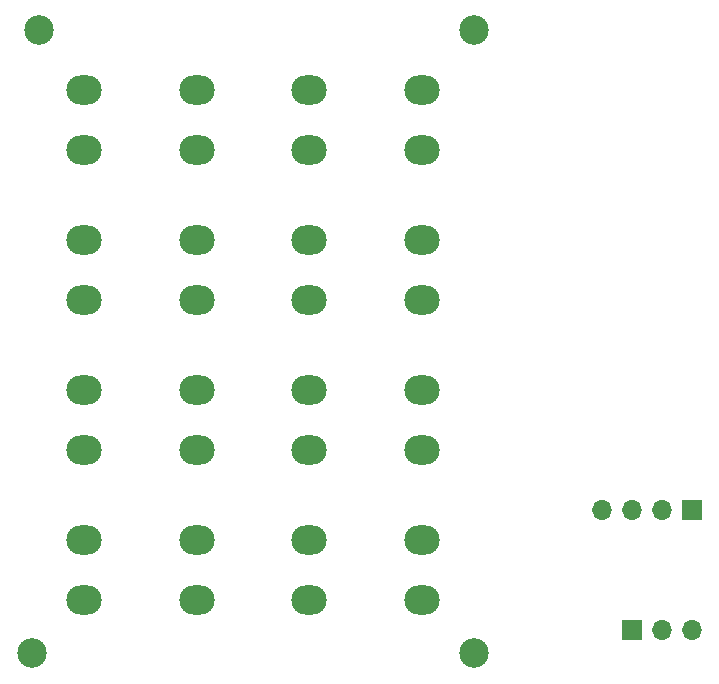
<source format=gbr>
%TF.GenerationSoftware,KiCad,Pcbnew,(6.0.8)*%
%TF.CreationDate,2022-11-01T17:44:15+01:00*%
%TF.ProjectId,BURC_16SwitchEncoder_JRFormat,42555243-5f31-4365-9377-69746368456e,v1.0*%
%TF.SameCoordinates,Original*%
%TF.FileFunction,Soldermask,Bot*%
%TF.FilePolarity,Negative*%
%FSLAX46Y46*%
G04 Gerber Fmt 4.6, Leading zero omitted, Abs format (unit mm)*
G04 Created by KiCad (PCBNEW (6.0.8)) date 2022-11-01 17:44:15*
%MOMM*%
%LPD*%
G01*
G04 APERTURE LIST*
%ADD10R,1.700000X1.700000*%
%ADD11O,1.700000X1.700000*%
%ADD12O,3.000000X2.500000*%
%ADD13C,2.500000*%
G04 APERTURE END LIST*
D10*
%TO.C,J4*%
X185420000Y-119380000D03*
D11*
X182880000Y-119380000D03*
X180340000Y-119380000D03*
X177800000Y-119380000D03*
%TD*%
D12*
%TO.C,SW12*%
X162560000Y-109220000D03*
X162560000Y-114300000D03*
%TD*%
D13*
%TO.C,REF\u002A\u002A*%
X167005000Y-131445000D03*
%TD*%
%TO.C,REF\u002A\u002A*%
X129540000Y-131445000D03*
%TD*%
D12*
%TO.C,SW7*%
X153035000Y-96520000D03*
X153035000Y-101600000D03*
%TD*%
%TO.C,SW5*%
X133985000Y-96520000D03*
X133985000Y-101600000D03*
%TD*%
D10*
%TO.C,J2*%
X180340000Y-129540000D03*
D11*
X182880000Y-129540000D03*
X185420000Y-129540000D03*
%TD*%
D12*
%TO.C,SW13*%
X133985000Y-121920000D03*
X133985000Y-127000000D03*
%TD*%
%TO.C,SW10*%
X143510000Y-109220000D03*
X143510000Y-114300000D03*
%TD*%
%TO.C,SW1*%
X133985000Y-83820000D03*
X133985000Y-88900000D03*
%TD*%
%TO.C,SW3*%
X153035000Y-83820000D03*
X153035000Y-88900000D03*
%TD*%
%TO.C,SW16*%
X162560000Y-121920000D03*
X162560000Y-127000000D03*
%TD*%
%TO.C,SW8*%
X162560000Y-96520000D03*
X162560000Y-101600000D03*
%TD*%
%TO.C,SW9*%
X133985000Y-109220000D03*
X133985000Y-114300000D03*
%TD*%
%TO.C,SW2*%
X143510000Y-83820000D03*
X143510000Y-88900000D03*
%TD*%
D13*
%TO.C,REF\u002A\u002A*%
X167005000Y-78740000D03*
%TD*%
%TO.C,REF\u002A\u002A*%
X130175000Y-78740000D03*
%TD*%
D12*
%TO.C,SW4*%
X162560000Y-83820000D03*
X162560000Y-88900000D03*
%TD*%
%TO.C,SW15*%
X153035000Y-121920000D03*
X153035000Y-127000000D03*
%TD*%
%TO.C,SW6*%
X143510000Y-96520000D03*
X143510000Y-101600000D03*
%TD*%
%TO.C,SW14*%
X143510000Y-121920000D03*
X143510000Y-127000000D03*
%TD*%
%TO.C,SW11*%
X153035000Y-109220000D03*
X153035000Y-114300000D03*
%TD*%
M02*

</source>
